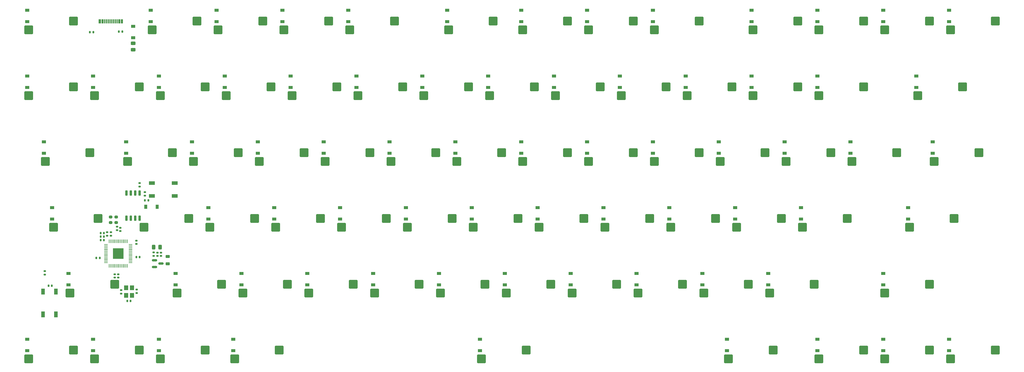
<source format=gbp>
G04 #@! TF.GenerationSoftware,KiCad,Pcbnew,(6.0.1-0)*
G04 #@! TF.CreationDate,2022-06-29T12:55:11+09:00*
G04 #@! TF.ProjectId,key-ripper,6b65792d-7269-4707-9065-722e6b696361,rev?*
G04 #@! TF.SameCoordinates,Original*
G04 #@! TF.FileFunction,Paste,Bot*
G04 #@! TF.FilePolarity,Positive*
%FSLAX46Y46*%
G04 Gerber Fmt 4.6, Leading zero omitted, Abs format (unit mm)*
G04 Created by KiCad (PCBNEW (6.0.1-0)) date 2022-06-29 12:55:11*
%MOMM*%
%LPD*%
G01*
G04 APERTURE LIST*
G04 Aperture macros list*
%AMRoundRect*
0 Rectangle with rounded corners*
0 $1 Rounding radius*
0 $2 $3 $4 $5 $6 $7 $8 $9 X,Y pos of 4 corners*
0 Add a 4 corners polygon primitive as box body*
4,1,4,$2,$3,$4,$5,$6,$7,$8,$9,$2,$3,0*
0 Add four circle primitives for the rounded corners*
1,1,$1+$1,$2,$3*
1,1,$1+$1,$4,$5*
1,1,$1+$1,$6,$7*
1,1,$1+$1,$8,$9*
0 Add four rect primitives between the rounded corners*
20,1,$1+$1,$2,$3,$4,$5,0*
20,1,$1+$1,$4,$5,$6,$7,0*
20,1,$1+$1,$6,$7,$8,$9,0*
20,1,$1+$1,$8,$9,$2,$3,0*%
G04 Aperture macros list end*
%ADD10RoundRect,0.250000X-1.025000X-1.000000X1.025000X-1.000000X1.025000X1.000000X-1.025000X1.000000X0*%
%ADD11R,1.200000X0.900000*%
%ADD12RoundRect,0.140000X0.140000X0.170000X-0.140000X0.170000X-0.140000X-0.170000X0.140000X-0.170000X0*%
%ADD13RoundRect,0.140000X0.170000X-0.140000X0.170000X0.140000X-0.170000X0.140000X-0.170000X-0.140000X0*%
%ADD14RoundRect,0.140000X-0.140000X-0.170000X0.140000X-0.170000X0.140000X0.170000X-0.140000X0.170000X0*%
%ADD15RoundRect,0.150000X-0.587500X-0.150000X0.587500X-0.150000X0.587500X0.150000X-0.587500X0.150000X0*%
%ADD16RoundRect,0.218750X-0.381250X0.218750X-0.381250X-0.218750X0.381250X-0.218750X0.381250X0.218750X0*%
%ADD17RoundRect,0.200000X0.275000X-0.200000X0.275000X0.200000X-0.275000X0.200000X-0.275000X-0.200000X0*%
%ADD18RoundRect,0.135000X0.185000X-0.135000X0.185000X0.135000X-0.185000X0.135000X-0.185000X-0.135000X0*%
%ADD19R,0.300000X1.300000*%
%ADD20R,0.900000X1.200000*%
%ADD21RoundRect,0.243750X0.243750X0.456250X-0.243750X0.456250X-0.243750X-0.456250X0.243750X-0.456250X0*%
%ADD22R,1.000000X1.700000*%
%ADD23RoundRect,0.140000X-0.170000X0.140000X-0.170000X-0.140000X0.170000X-0.140000X0.170000X0.140000X0*%
%ADD24RoundRect,0.135000X-0.185000X0.135000X-0.185000X-0.135000X0.185000X-0.135000X0.185000X0.135000X0*%
%ADD25RoundRect,0.135000X-0.135000X-0.185000X0.135000X-0.185000X0.135000X0.185000X-0.135000X0.185000X0*%
%ADD26RoundRect,0.135000X0.135000X0.185000X-0.135000X0.185000X-0.135000X-0.185000X0.135000X-0.185000X0*%
%ADD27RoundRect,0.243750X-0.456250X0.243750X-0.456250X-0.243750X0.456250X-0.243750X0.456250X0.243750X0*%
%ADD28R,1.200000X1.400000*%
%ADD29R,1.100000X0.200000*%
%ADD30R,0.200000X1.100000*%
%ADD31R,3.100000X3.100000*%
%ADD32R,1.700000X1.000000*%
%ADD33RoundRect,0.150000X0.150000X-0.650000X0.150000X0.650000X-0.150000X0.650000X-0.150000X-0.650000X0*%
G04 APERTURE END LIST*
D10*
X40540000Y-121285000D03*
X53467000Y-118745000D03*
X152458750Y-121285000D03*
X165385750Y-118745000D03*
X116740000Y-45085000D03*
X129667000Y-42545000D03*
X159602500Y-102235000D03*
X172529500Y-99695000D03*
X250090000Y-121285000D03*
X263017000Y-118745000D03*
X95308750Y-26035000D03*
X108235750Y-23495000D03*
X59590000Y-45085000D03*
X72517000Y-42545000D03*
X269140000Y-121285000D03*
X282067000Y-118745000D03*
X142933750Y-26035000D03*
X155860750Y-23495000D03*
X216752500Y-102235000D03*
X229679500Y-99695000D03*
X107215000Y-64135000D03*
X120142000Y-61595000D03*
X235802500Y-102235000D03*
X248729500Y-99695000D03*
X88165000Y-64135000D03*
X101092000Y-61595000D03*
X28633750Y-83185000D03*
X41560750Y-80645000D03*
X278665000Y-45085000D03*
X291592000Y-42545000D03*
X145315000Y-64135000D03*
X158242000Y-61595000D03*
X259615000Y-64135000D03*
X272542000Y-61595000D03*
X97690000Y-45085000D03*
X110617000Y-42545000D03*
X21490000Y-45085000D03*
X34417000Y-42545000D03*
X102452500Y-102235000D03*
X115379500Y-99695000D03*
X250090000Y-26035000D03*
X263017000Y-23495000D03*
X26252500Y-64135000D03*
X39179500Y-61595000D03*
X197702500Y-102235000D03*
X210629500Y-99695000D03*
X223896250Y-121285000D03*
X236823250Y-118745000D03*
X57208750Y-26035000D03*
X70135750Y-23495000D03*
X226277500Y-83185000D03*
X239204500Y-80645000D03*
X240565000Y-64135000D03*
X253492000Y-61595000D03*
X50065000Y-64135000D03*
X62992000Y-61595000D03*
X231040000Y-45085000D03*
X243967000Y-42545000D03*
X76258750Y-26035000D03*
X89185750Y-23495000D03*
X288190000Y-26035000D03*
X301117000Y-23495000D03*
X169127500Y-83185000D03*
X182054500Y-80645000D03*
X40540000Y-45085000D03*
X53467000Y-42545000D03*
X269140000Y-26035000D03*
X282067000Y-23495000D03*
X21490000Y-121285000D03*
X34417000Y-118745000D03*
X83402500Y-102235000D03*
X96329500Y-99695000D03*
X183415000Y-26035000D03*
X196342000Y-23495000D03*
X114358750Y-26035000D03*
X127285750Y-23495000D03*
X283427500Y-64135000D03*
X296354500Y-61595000D03*
X211990000Y-45085000D03*
X224917000Y-42545000D03*
X21490000Y-26035000D03*
X34417000Y-23495000D03*
X59590000Y-121285000D03*
X72517000Y-118745000D03*
X202465000Y-26035000D03*
X215392000Y-23495000D03*
X276283750Y-83185000D03*
X289210750Y-80645000D03*
X131027500Y-83185000D03*
X143954500Y-80645000D03*
X207227500Y-83185000D03*
X220154500Y-80645000D03*
X64352500Y-102235000D03*
X77279500Y-99695000D03*
X288190000Y-121285000D03*
X301117000Y-118745000D03*
X250090000Y-45085000D03*
X263017000Y-42545000D03*
X173890000Y-45085000D03*
X186817000Y-42545000D03*
X69115000Y-64135000D03*
X82042000Y-61595000D03*
X164365000Y-64135000D03*
X177292000Y-61595000D03*
X121502500Y-102235000D03*
X134429500Y-99695000D03*
X54827500Y-83185000D03*
X67754500Y-80645000D03*
X202465000Y-64135000D03*
X215392000Y-61595000D03*
X188177500Y-83185000D03*
X201104500Y-80645000D03*
X111977500Y-83185000D03*
X124904500Y-80645000D03*
X164365000Y-26035000D03*
X177292000Y-23495000D03*
X154840000Y-45085000D03*
X167767000Y-42545000D03*
X126265000Y-64135000D03*
X139192000Y-61595000D03*
X81021250Y-121285000D03*
X93948250Y-118745000D03*
X150077500Y-83185000D03*
X163004500Y-80645000D03*
X231040000Y-26035000D03*
X243967000Y-23495000D03*
X183415000Y-64135000D03*
X196342000Y-61595000D03*
X135790000Y-45085000D03*
X148717000Y-42545000D03*
X178652500Y-102235000D03*
X191579500Y-99695000D03*
X192940000Y-45085000D03*
X205867000Y-42545000D03*
X269140000Y-102235000D03*
X282067000Y-99695000D03*
X245327500Y-83185000D03*
X258254500Y-80645000D03*
X33396250Y-102235000D03*
X46323250Y-99695000D03*
X78640000Y-45085000D03*
X91567000Y-42545000D03*
X221515000Y-64135000D03*
X234442000Y-61595000D03*
X92927500Y-83185000D03*
X105854500Y-80645000D03*
X73877500Y-83185000D03*
X86804500Y-80645000D03*
X140552500Y-102235000D03*
X153479500Y-99695000D03*
D11*
X225862500Y-77525000D03*
X225862500Y-80825000D03*
X202050000Y-58475000D03*
X202050000Y-61775000D03*
D12*
X43255000Y-85925000D03*
X42295000Y-85925000D03*
D11*
X130612500Y-77525000D03*
X130612500Y-80825000D03*
D13*
X45225000Y-85625000D03*
X45225000Y-84665000D03*
D11*
X230625000Y-20375000D03*
X230625000Y-23675000D03*
X163950000Y-20375000D03*
X163950000Y-23675000D03*
X21075000Y-20375000D03*
X21075000Y-23675000D03*
X68700000Y-58475000D03*
X68700000Y-61775000D03*
D12*
X43235000Y-84925000D03*
X42275000Y-84925000D03*
D11*
X111562500Y-77525000D03*
X111562500Y-80825000D03*
X87750000Y-58475000D03*
X87750000Y-61775000D03*
X268725000Y-20375000D03*
X268725000Y-23675000D03*
D14*
X27195000Y-100125000D03*
X28155000Y-100125000D03*
D11*
X106800000Y-58475000D03*
X106800000Y-61775000D03*
X249675000Y-20375000D03*
X249675000Y-23675000D03*
X135375000Y-39425000D03*
X135375000Y-42725000D03*
D15*
X57837500Y-94675000D03*
X57837500Y-92775000D03*
X59712500Y-93725000D03*
D16*
X61712500Y-91662500D03*
X61712500Y-93787500D03*
D11*
X202050000Y-20375000D03*
X202050000Y-23675000D03*
X168712500Y-77525000D03*
X168712500Y-80825000D03*
X149662500Y-77525000D03*
X149662500Y-80825000D03*
X51675000Y-28325000D03*
X51675000Y-25025000D03*
X94893750Y-20375000D03*
X94893750Y-23675000D03*
X268725000Y-96575000D03*
X268725000Y-99875000D03*
D17*
X46775000Y-81875000D03*
X46775000Y-80225000D03*
D18*
X26075000Y-96935000D03*
X26075000Y-95915000D03*
D11*
X113943750Y-20375000D03*
X113943750Y-23675000D03*
D18*
X57625000Y-91485000D03*
X57625000Y-90465000D03*
D19*
X41892721Y-23577837D03*
X42692823Y-23577837D03*
X43992797Y-23577837D03*
X44992797Y-23577837D03*
X45492670Y-23577837D03*
X46492416Y-23577837D03*
X47792899Y-23577837D03*
X48592747Y-23577837D03*
X48292772Y-23577837D03*
X47492670Y-23577837D03*
X46992797Y-23577837D03*
X45992797Y-23577837D03*
X44492670Y-23577837D03*
X43492670Y-23577837D03*
X42992797Y-23577837D03*
X42192696Y-23577837D03*
D20*
X58625000Y-77225000D03*
X55325000Y-77225000D03*
D11*
X173475000Y-39425000D03*
X173475000Y-42725000D03*
D21*
X59487500Y-88975000D03*
X57612500Y-88975000D03*
D11*
X75843750Y-20375000D03*
X75843750Y-23675000D03*
X183000000Y-20375000D03*
X183000000Y-23675000D03*
X287775000Y-20375000D03*
X287775000Y-23675000D03*
D22*
X29324124Y-108424975D03*
X29325394Y-101825025D03*
X25624606Y-108424975D03*
X25624606Y-101825025D03*
D11*
X49650000Y-58475000D03*
X49650000Y-61775000D03*
X92512500Y-77525000D03*
X92512500Y-80825000D03*
X275868750Y-77525000D03*
X275868750Y-80825000D03*
X268725000Y-115625000D03*
X268725000Y-118925000D03*
X206812500Y-77525000D03*
X206812500Y-80825000D03*
X197287500Y-96575000D03*
X197287500Y-99875000D03*
X82987500Y-96575000D03*
X82987500Y-99875000D03*
D14*
X52615000Y-91805000D03*
X53575000Y-91805000D03*
D18*
X48175000Y-102445000D03*
X48175000Y-101425000D03*
D11*
X63937500Y-96575000D03*
X63937500Y-99875000D03*
X230625000Y-39425000D03*
X230625000Y-42725000D03*
D23*
X47375000Y-96825000D03*
X47375000Y-97785000D03*
D11*
X21075000Y-39425000D03*
X21075000Y-42725000D03*
X163950000Y-58475000D03*
X163950000Y-61775000D03*
X223481250Y-115625000D03*
X223481250Y-118925000D03*
D24*
X55075000Y-73005000D03*
X55075000Y-74025000D03*
D11*
X40125000Y-39425000D03*
X40125000Y-42725000D03*
D25*
X55065000Y-75425000D03*
X56085000Y-75425000D03*
D11*
X40125000Y-115625000D03*
X40125000Y-118925000D03*
D25*
X47565000Y-26525000D03*
X48585000Y-26525000D03*
D11*
X178237500Y-96575000D03*
X178237500Y-99875000D03*
X140137500Y-96575000D03*
X140137500Y-99875000D03*
X240150000Y-58475000D03*
X240150000Y-61775000D03*
D13*
X44175000Y-85625000D03*
X44175000Y-84665000D03*
D11*
X216337500Y-96575000D03*
X216337500Y-99875000D03*
X116325000Y-39425000D03*
X116325000Y-42725000D03*
X59175000Y-39425000D03*
X59175000Y-42725000D03*
X211575000Y-39425000D03*
X211575000Y-42725000D03*
D26*
X40185000Y-26725000D03*
X39165000Y-26725000D03*
D13*
X59700000Y-91530000D03*
X59700000Y-90570000D03*
D11*
X235387500Y-96575000D03*
X235387500Y-99875000D03*
X283012500Y-58475000D03*
X283012500Y-61775000D03*
D13*
X53575000Y-71405000D03*
X53575000Y-70445000D03*
D11*
X154425000Y-39425000D03*
X154425000Y-42725000D03*
D13*
X58700000Y-91480000D03*
X58700000Y-90520000D03*
D11*
X73462500Y-77525000D03*
X73462500Y-80825000D03*
X144900000Y-58475000D03*
X144900000Y-61775000D03*
X278250000Y-39425000D03*
X278250000Y-42725000D03*
X192525000Y-39425000D03*
X192525000Y-42725000D03*
D13*
X47975000Y-84305000D03*
X47975000Y-83345000D03*
D14*
X49955000Y-104495000D03*
X50915000Y-104495000D03*
D12*
X43255000Y-86925000D03*
X42295000Y-86925000D03*
X42005000Y-92055000D03*
X41045000Y-92055000D03*
D23*
X46375000Y-96825000D03*
X46375000Y-97785000D03*
D11*
X25837500Y-58475000D03*
X25837500Y-61775000D03*
X56793750Y-20375000D03*
X56793750Y-23675000D03*
X28218750Y-77525000D03*
X28218750Y-80825000D03*
D13*
X52575000Y-88025000D03*
X52575000Y-87065000D03*
D11*
X249675000Y-115625000D03*
X249675000Y-118925000D03*
X142518750Y-20375000D03*
X142518750Y-23675000D03*
X244912500Y-77525000D03*
X244912500Y-80825000D03*
X259200000Y-58475000D03*
X259200000Y-61775000D03*
D27*
X51725000Y-29937500D03*
X51725000Y-31812500D03*
D13*
X47045000Y-84005000D03*
X47045000Y-83045000D03*
D11*
X249675000Y-39425000D03*
X249675000Y-42725000D03*
X21075000Y-115625000D03*
X21075000Y-118925000D03*
X125850000Y-58475000D03*
X125850000Y-61775000D03*
D28*
X51325000Y-100725000D03*
X51325000Y-102925000D03*
X49625000Y-102925000D03*
X49625000Y-100725000D03*
D11*
X159187500Y-96575000D03*
X159187500Y-99875000D03*
X102037500Y-96575000D03*
X102037500Y-99875000D03*
X183000000Y-58475000D03*
X183000000Y-61775000D03*
X80606250Y-115625000D03*
X80606250Y-118925000D03*
D29*
X50925165Y-88224924D03*
X50925165Y-88624975D03*
X50925165Y-89025025D03*
X50925165Y-89425076D03*
X50925165Y-89824873D03*
X50925165Y-90224924D03*
X50925165Y-90624975D03*
X50925165Y-91025025D03*
X50925165Y-91425076D03*
X50925165Y-91824873D03*
X50925165Y-92224924D03*
X50925165Y-92624975D03*
X50925165Y-93025025D03*
X50925165Y-93425076D03*
D30*
X49974949Y-94375038D03*
X49575152Y-94375038D03*
X49175102Y-94375038D03*
X48775051Y-94375038D03*
X48375000Y-94375038D03*
X47974949Y-94375038D03*
X47575152Y-94375038D03*
X47175102Y-94375038D03*
X46775051Y-94375038D03*
X46375000Y-94375038D03*
X45974949Y-94375038D03*
X45575152Y-94375038D03*
X45175102Y-94375038D03*
X44775051Y-94375038D03*
D29*
X43824835Y-93425076D03*
X43824835Y-93025025D03*
X43824835Y-92624975D03*
X43824835Y-92224924D03*
X43824835Y-91824873D03*
X43824835Y-91425076D03*
X43824835Y-91025025D03*
X43824835Y-90624975D03*
X43824835Y-90224924D03*
X43824835Y-89824873D03*
X43824835Y-89425076D03*
X43824835Y-89025025D03*
X43824835Y-88624975D03*
X43824835Y-88224924D03*
D30*
X44775051Y-87274962D03*
X45175102Y-87274962D03*
X45575152Y-87274962D03*
X45974949Y-87274962D03*
X46375000Y-87274962D03*
X46775051Y-87274962D03*
X47175102Y-87274962D03*
X47575152Y-87274962D03*
X47974949Y-87274962D03*
X48375000Y-87274962D03*
X48775051Y-87274962D03*
X49175102Y-87274962D03*
X49575152Y-87274962D03*
X49974949Y-87274962D03*
D31*
X47375000Y-90824873D03*
D11*
X152043750Y-115625000D03*
X152043750Y-118925000D03*
X121087500Y-96575000D03*
X121087500Y-99875000D03*
D32*
X63674950Y-70426270D03*
X57075000Y-70425000D03*
X63674950Y-74125788D03*
X57075000Y-74125788D03*
D11*
X59175000Y-115625000D03*
X59175000Y-118925000D03*
D23*
X52675000Y-101245000D03*
X52675000Y-102205000D03*
D11*
X78225000Y-39425000D03*
X78225000Y-42725000D03*
X97275000Y-39425000D03*
X97275000Y-42725000D03*
X221100000Y-58475000D03*
X221100000Y-61775000D03*
X287775000Y-115625000D03*
X287775000Y-118925000D03*
X32981250Y-96575000D03*
X32981250Y-99875000D03*
D33*
X53580000Y-80525000D03*
X52310000Y-80525000D03*
X51040000Y-80525000D03*
X49770000Y-80525000D03*
X49770000Y-73325000D03*
X51040000Y-73325000D03*
X52310000Y-73325000D03*
X53580000Y-73325000D03*
D11*
X187762500Y-77525000D03*
X187762500Y-80825000D03*
D17*
X45175000Y-81875000D03*
X45175000Y-80225000D03*
M02*

</source>
